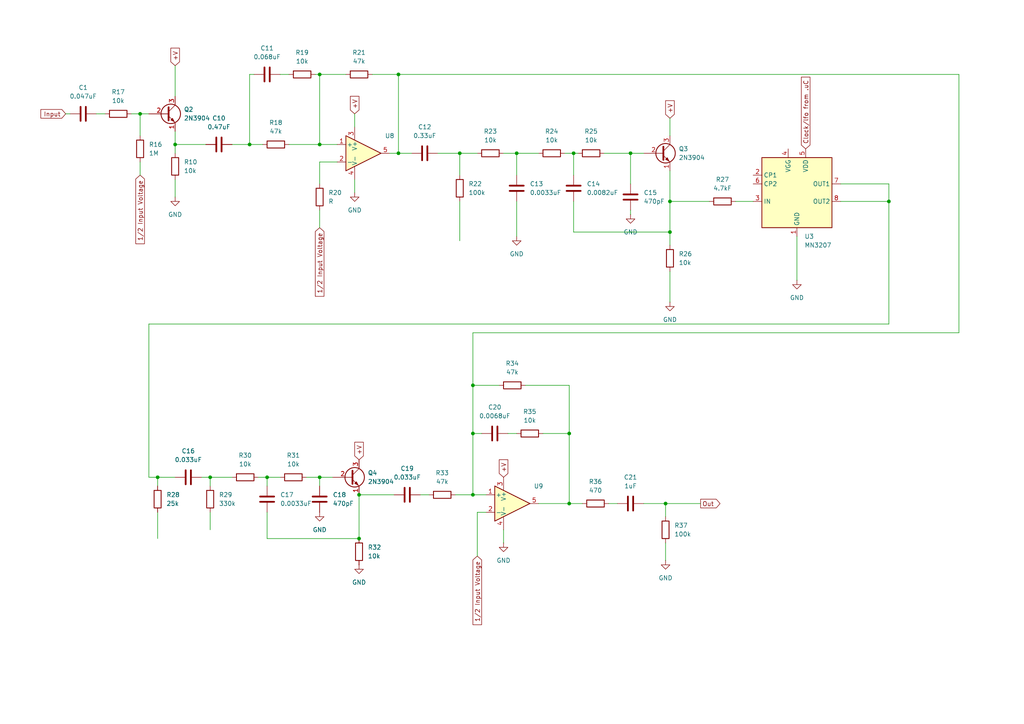
<source format=kicad_sch>
(kicad_sch (version 20231120) (generator "eeschema") (generator_version "8.0")
  (paper "A4")
  (lib_symbols
    (symbol "Audio:MN3207"
      (property "Reference" "U" (at -10.16 12.7 0))
      (property "Value" "MN3207" (at 10.16 -12.7 0))
      (symbol "MN3207_0_1"
        (rectangle (start -10.16 10.16) (end 10.16 -10.16) (stroke (width 0.254)) (fill (type background)))
      )
      (symbol "MN3207_1_1"
        (pin power_in line (at 0 -12.7 90) (length 2.54) (name "GND") (number "1"))
        (pin input line (at -12.7 5.08 0) (length 2.54) (name "CP1") (number "2"))
        (pin input line (at -12.7 -2.54 0) (length 2.54) (name "IN") (number "3"))
        (pin power_in line (at -2.54 12.7 270) (length 2.54) (name "VGG") (number "4"))
        (pin power_in line (at 2.54 12.7 270) (length 2.54) (name "VDD") (number "5"))
        (pin input line (at -12.7 2.54 0) (length 2.54) (name "CP2") (number "6"))
        (pin output line (at 12.7 2.54 180) (length 2.54) (name "OUT1") (number "7"))
        (pin output line (at 12.7 -2.54 180) (length 2.54) (name "OUT2") (number "8"))
      )
    )
    (symbol "Device:C" (pin_numbers hide) (pin_names (offset 0.254))
      (property "Reference" "C" (at 0.635 2.54 0))
      (property "Value" "C" (at 0.635 -2.54 0))
      (symbol "C_0_1"
        (polyline (pts (xy -2.032 -0.762) (xy 2.032 -0.762)) (stroke (width 0.508)))
        (polyline (pts (xy -2.032 0.762) (xy 2.032 0.762)) (stroke (width 0.508)))
      )
      (symbol "C_1_1"
        (pin passive line (at 0 3.81 270) (length 2.794) (name "~") (number "1"))
        (pin passive line (at 0 -3.81 90) (length 2.794) (name "~") (number "2"))
      )
    )
    (symbol "Device:R" (pin_numbers hide) (pin_names (offset 0))
      (property "Reference" "R" (at 2.032 0 90))
      (property "Value" "R" (at 0 0 90))
      (symbol "R_0_1"
        (rectangle (start -1.016 -2.54) (end 1.016 2.54) (stroke (width 0.254)))
      )
      (symbol "R_1_1"
        (pin passive line (at 0 3.81 270) (length 1.27) (name "~") (number "1"))
        (pin passive line (at 0 -3.81 90) (length 1.27) (name "~") (number "2"))
      )
    )
    (symbol "Simulation_SPICE:OPAMP" (pin_names (offset 0.254))
      (property "Reference" "U" (at 3.81 3.175 0))
      (property "Value" "${SIM.PARAMS}" (at 3.81 -3.175 0))
      (symbol "OPAMP_0_1"
        (polyline (pts (xy 5.08 0) (xy -5.08 5.08) (xy -5.08 -5.08) (xy 5.08 0)) (stroke (width 0.254)) (fill (type background)))
      )
      (symbol "OPAMP_1_1"
        (pin input line (at -7.62 2.54 0) (length 2.54) (name "+") (number "1"))
        (pin input line (at -7.62 -2.54 0) (length 2.54) (name "-") (number "2"))
        (pin power_in line (at -2.54 7.62 270) (length 3.81) (name "V+") (number "3"))
        (pin power_in line (at -2.54 -7.62 90) (length 3.81) (name "V-") (number "4"))
        (pin output line (at 7.62 0 180) (length 2.54) (name "~") (number "5"))
      )
    )
    (symbol "Transistor_BJT:2N3904" (pin_names (offset 0) hide)
      (property "Reference" "Q" (at 5.08 1.905 0))
      (property "Value" "2N3904" (at 5.08 0 0))
      (symbol "2N3904_0_1"
        (polyline (pts (xy 0.635 0.635) (xy 2.54 2.54)))
        (polyline (pts (xy 0.635 -0.635) (xy 2.54 -2.54) (xy 2.54 -2.54)))
        (polyline (pts (xy 0.635 1.905) (xy 0.635 -1.905) (xy 0.635 -1.905)) (stroke (width 0.508)))
        (polyline (pts (xy 1.27 -1.778) (xy 1.778 -1.27) (xy 2.286 -2.286) (xy 1.27 -1.778) (xy 1.27 -1.778)) (fill (type outline)))
        (circle (center 1.27 0) (radius 2.8194) (stroke (width 0.254)))
      )
      (symbol "2N3904_1_1"
        (pin passive line (at 2.54 -5.08 90) (length 2.54) (name "E") (number "1"))
        (pin passive line (at -5.08 0 0) (length 5.715) (name "B") (number "2"))
        (pin passive line (at 2.54 5.08 270) (length 2.54) (name "C") (number "3"))
      )
    )
    (symbol "power:GND" (power) (pin_numbers hide) (pin_names (offset 0) hide)
      (property "Value" "GND" (at 0 -3.81 0))
      (symbol "GND_0_1"
        (polyline (pts (xy 0 0) (xy 0 -1.27) (xy 1.27 -1.27) (xy 0 -2.54) (xy -1.27 -1.27) (xy 0 -1.27)))
      )
      (symbol "GND_1_1"
        (pin power_in line (at 0 0 270) (length 0) (name "~") (number "1"))
      )
    )
  )
  (junction (at 92.71 41.91))
  (junction (at 182.88 44.45))
  (junction (at 40.64 33.02))
  (junction (at 104.14 143.51))
  (junction (at 165.1 146.05))
  (junction (at 137.16 111.76))
  (junction (at 165.1 125.73))
  (junction (at 92.71 21.59))
  (junction (at 193.04 146.05))
  (junction (at 257.81 58.42))
  (junction (at 45.72 138.43))
  (junction (at 149.86 44.45))
  (junction (at 50.8 41.91))
  (junction (at 77.47 138.43))
  (junction (at 72.39 41.91))
  (junction (at 194.31 58.42))
  (junction (at 115.57 44.45))
  (junction (at 137.16 143.51))
  (junction (at 92.71 138.43))
  (junction (at 194.31 67.31))
  (junction (at 166.37 44.45))
  (junction (at 137.16 125.73))
  (junction (at 115.57 21.59))
  (junction (at 133.35 44.45))
  (junction (at 60.96 138.43))
  (junction (at 104.14 156.21))
  (wire (pts (xy 156.21 146.05) (xy 165.1 146.05)))
  (wire (pts (xy 102.87 33.02) (xy 102.87 36.83)))
  (wire (pts (xy 92.71 21.59) (xy 92.71 41.91)))
  (wire (pts (xy 60.96 138.43) (xy 67.31 138.43)))
  (wire (pts (xy 137.16 143.51) (xy 140.97 143.51)))
  (wire (pts (xy 72.39 41.91) (xy 72.39 21.59)))
  (wire (pts (xy 257.81 53.34) (xy 257.81 58.42)))
  (wire (pts (xy 83.82 41.91) (xy 92.71 41.91)))
  (wire (pts (xy 72.39 41.91) (xy 76.2 41.91)))
  (wire (pts (xy 77.47 138.43) (xy 81.28 138.43)))
  (wire (pts (xy 50.8 38.1) (xy 50.8 41.91)))
  (wire (pts (xy 278.13 96.52) (xy 137.16 96.52)))
  (wire (pts (xy 186.69 146.05) (xy 193.04 146.05)))
  (wire (pts (xy 27.94 33.02) (xy 30.48 33.02)))
  (wire (pts (xy 50.8 41.91) (xy 50.8 44.45)))
  (wire (pts (xy 81.28 21.59) (xy 83.82 21.59)))
  (wire (pts (xy 43.18 93.98) (xy 43.18 138.43)))
  (wire (pts (xy 132.08 143.51) (xy 137.16 143.51)))
  (wire (pts (xy 113.03 44.45) (xy 115.57 44.45)))
  (wire (pts (xy 146.05 44.45) (xy 149.86 44.45)))
  (wire (pts (xy 166.37 67.31) (xy 194.31 67.31)))
  (wire (pts (xy 60.96 138.43) (xy 60.96 140.97)))
  (wire (pts (xy 133.35 58.42) (xy 133.35 69.85)))
  (wire (pts (xy 115.57 44.45) (xy 119.38 44.45)))
  (wire (pts (xy 121.92 143.51) (xy 124.46 143.51)))
  (wire (pts (xy 193.04 146.05) (xy 203.2 146.05)))
  (wire (pts (xy 137.16 125.73) (xy 139.7 125.73)))
  (wire (pts (xy 133.35 44.45) (xy 138.43 44.45)))
  (wire (pts (xy 182.88 62.23) (xy 182.88 60.96)))
  (wire (pts (xy 104.14 143.51) (xy 114.3 143.51)))
  (wire (pts (xy 194.31 58.42) (xy 205.74 58.42)))
  (wire (pts (xy 74.93 138.43) (xy 77.47 138.43)))
  (wire (pts (xy 88.9 138.43) (xy 92.71 138.43)))
  (wire (pts (xy 149.86 58.42) (xy 149.86 68.58)))
  (wire (pts (xy 38.1 33.02) (xy 40.64 33.02)))
  (wire (pts (xy 60.96 148.59) (xy 60.96 153.67)))
  (wire (pts (xy 77.47 138.43) (xy 77.47 140.97)))
  (wire (pts (xy 243.84 58.42) (xy 257.81 58.42)))
  (wire (pts (xy 165.1 146.05) (xy 168.91 146.05)))
  (wire (pts (xy 149.86 44.45) (xy 156.21 44.45)))
  (wire (pts (xy 146.05 153.67) (xy 146.05 157.48)))
  (wire (pts (xy 45.72 140.97) (xy 45.72 138.43)))
  (wire (pts (xy 92.71 21.59) (xy 100.33 21.59)))
  (wire (pts (xy 102.87 52.07) (xy 102.87 55.88)))
  (wire (pts (xy 92.71 138.43) (xy 96.52 138.43)))
  (wire (pts (xy 194.31 34.29) (xy 194.31 39.37)))
  (wire (pts (xy 231.14 68.58) (xy 231.14 81.28)))
  (wire (pts (xy 40.64 33.02) (xy 43.18 33.02)))
  (wire (pts (xy 115.57 21.59) (xy 115.57 44.45)))
  (wire (pts (xy 133.35 44.45) (xy 133.35 50.8)))
  (wire (pts (xy 149.86 44.45) (xy 149.86 50.8)))
  (wire (pts (xy 213.36 58.42) (xy 218.44 58.42)))
  (wire (pts (xy 140.97 148.59) (xy 138.43 148.59)))
  (wire (pts (xy 137.16 143.51) (xy 137.16 125.73)))
  (wire (pts (xy 40.64 33.02) (xy 40.64 39.37)))
  (wire (pts (xy 137.16 96.52) (xy 137.16 111.76)))
  (wire (pts (xy 257.81 58.42) (xy 257.81 93.98)))
  (wire (pts (xy 166.37 44.45) (xy 166.37 50.8)))
  (wire (pts (xy 193.04 146.05) (xy 193.04 149.86)))
  (wire (pts (xy 92.71 60.96) (xy 92.71 66.04)))
  (wire (pts (xy 43.18 138.43) (xy 45.72 138.43)))
  (wire (pts (xy 72.39 21.59) (xy 73.66 21.59)))
  (wire (pts (xy 257.81 93.98) (xy 43.18 93.98)))
  (wire (pts (xy 45.72 148.59) (xy 45.72 156.21)))
  (wire (pts (xy 107.95 21.59) (xy 115.57 21.59)))
  (wire (pts (xy 138.43 148.59) (xy 138.43 161.29)))
  (wire (pts (xy 50.8 41.91) (xy 59.69 41.91)))
  (wire (pts (xy 58.42 138.43) (xy 60.96 138.43)))
  (wire (pts (xy 92.71 138.43) (xy 92.71 140.97)))
  (wire (pts (xy 152.4 111.76) (xy 165.1 111.76)))
  (wire (pts (xy 166.37 44.45) (xy 167.64 44.45)))
  (wire (pts (xy 97.79 46.99) (xy 92.71 46.99)))
  (wire (pts (xy 175.26 44.45) (xy 182.88 44.45)))
  (wire (pts (xy 50.8 52.07) (xy 50.8 57.15)))
  (wire (pts (xy 194.31 49.53) (xy 194.31 58.42)))
  (wire (pts (xy 127 44.45) (xy 133.35 44.45)))
  (wire (pts (xy 194.31 78.74) (xy 194.31 87.63)))
  (wire (pts (xy 45.72 138.43) (xy 50.8 138.43)))
  (wire (pts (xy 194.31 67.31) (xy 194.31 71.12)))
  (wire (pts (xy 182.88 53.34) (xy 182.88 44.45)))
  (wire (pts (xy 163.83 44.45) (xy 166.37 44.45)))
  (wire (pts (xy 243.84 53.34) (xy 257.81 53.34)))
  (wire (pts (xy 144.78 111.76) (xy 137.16 111.76)))
  (wire (pts (xy 115.57 21.59) (xy 278.13 21.59)))
  (wire (pts (xy 193.04 157.48) (xy 193.04 162.56)))
  (wire (pts (xy 182.88 44.45) (xy 186.69 44.45)))
  (wire (pts (xy 194.31 58.42) (xy 194.31 67.31)))
  (wire (pts (xy 50.8 19.05) (xy 50.8 27.94)))
  (wire (pts (xy 92.71 41.91) (xy 97.79 41.91)))
  (wire (pts (xy 166.37 58.42) (xy 166.37 67.31)))
  (wire (pts (xy 137.16 111.76) (xy 137.16 125.73)))
  (wire (pts (xy 147.32 125.73) (xy 149.86 125.73)))
  (wire (pts (xy 104.14 156.21) (xy 77.47 156.21)))
  (wire (pts (xy 67.31 41.91) (xy 72.39 41.91)))
  (wire (pts (xy 165.1 111.76) (xy 165.1 125.73)))
  (wire (pts (xy 176.53 146.05) (xy 179.07 146.05)))
  (wire (pts (xy 157.48 125.73) (xy 165.1 125.73)))
  (wire (pts (xy 278.13 21.59) (xy 278.13 96.52)))
  (wire (pts (xy 104.14 143.51) (xy 104.14 156.21)))
  (wire (pts (xy 91.44 21.59) (xy 92.71 21.59)))
  (wire (pts (xy 165.1 146.05) (xy 165.1 125.73)))
  (wire (pts (xy 92.71 46.99) (xy 92.71 53.34)))
  (wire (pts (xy 40.64 46.99) (xy 40.64 50.8)))
  (wire (pts (xy 77.47 148.59) (xy 77.47 156.21)))
  (wire (pts (xy 20.32 33.02) (xy 19.05 33.02)))
  (global_label "Out" (shape output) (at 203.2 146.05 0) (property "Intersheetrefs" "${INTERSHEET_REFS}" (effects (hide yes))))
  (global_label "+V" (shape input) (at 50.8 19.05 90) (property "Intersheetrefs" "${INTERSHEET_REFS}" (effects (hide yes))))
  (global_label "Clock{slash}lfo from .uC" (shape input) (at 233.68 43.18 90) (property "Intersheetrefs" "${INTERSHEET_REFS}" (effects (hide yes))))
  (global_label "1{slash}2 Input Voltage" (shape input) (at 138.43 161.29 270) (property "Intersheetrefs" "${INTERSHEET_REFS}" (effects (hide yes))))
  (global_label "1{slash}2 Input Voltage" (shape input) (at 40.64 50.8 270) (property "Intersheetrefs" "${INTERSHEET_REFS}" (effects (hide yes))))
  (global_label "+V" (shape input) (at 194.31 34.29 90) (property "Intersheetrefs" "${INTERSHEET_REFS}" (effects (hide yes))))
  (global_label "+V" (shape input) (at 146.05 138.43 90) (property "Intersheetrefs" "${INTERSHEET_REFS}" (effects (hide yes))))
  (global_label "1{slash}2 Input Voltage" (shape input) (at 92.71 66.04 270) (property "Intersheetrefs" "${INTERSHEET_REFS}" (effects (hide yes))))
  (global_label "+V" (shape input) (at 102.87 33.02 90) (property "Intersheetrefs" "${INTERSHEET_REFS}" (effects (hide yes))))
  (global_label "Input" (shape input) (at 19.05 33.02 180) (property "Intersheetrefs" "${INTERSHEET_REFS}" (effects (hide yes))))
  (global_label "+V" (shape input) (at 104.14 133.35 90) (property "Intersheetrefs" "${INTERSHEET_REFS}" (effects (hide yes))))
  (symbol (lib_id "Device:R") (at 50.8 48.26 0) (unit 1)
    (property "Reference" "R10" (at 53.34 46.9899 0) (effects (justify left)))
    (property "Value" "10k" (at 53.34 49.5299 0) (effects (justify left)))
    (property "Description" "Resistor" (effects (hide yes)))
  )
  (symbol (lib_id "Device:R") (at 148.59 111.76 90) (unit 1)
    (property "Reference" "R34" (at 148.59 105.41 90))
    (property "Value" "47k" (at 148.59 107.95 90))
    (property "Description" "Resistor" (effects (hide yes)))
  )
  (symbol (lib_id "Device:R") (at 193.04 153.67 180) (unit 1)
    (property "Reference" "R37" (at 195.58 152.3999 0) (effects (justify right)))
    (property "Value" "100k" (at 195.58 154.9399 0) (effects (justify right)))
    (property "Description" "Resistor" (effects (hide yes)))
  )
  (symbol (lib_id "power:GND") (at 194.31 87.63 0) (unit 1)
    (property "Reference" "#PWR017" (effects (hide yes)))
    (property "Value" "GND" (at 194.31 92.71 0))
    (property "Description" "Power symbol creates a global label with name \"GND\" , ground" (effects (hide yes)))
  )
  (symbol (lib_id "Device:R") (at 60.96 144.78 0) (unit 1)
    (property "Reference" "R29" (at 63.5 143.5099 0) (effects (justify left)))
    (property "Value" "330k" (at 63.5 146.0499 0) (effects (justify left)))
    (property "Description" "Resistor" (effects (hide yes)))
  )
  (symbol (lib_id "Device:C") (at 77.47 144.78 180) (unit 1)
    (property "Reference" "C17" (at 81.28 143.5099 0) (effects (justify right)))
    (property "Value" "0.0033uF" (at 81.28 146.0499 0) (effects (justify right)))
    (property "Description" "Unpolarized capacitor" (effects (hide yes)))
  )
  (symbol (lib_id "Device:C") (at 118.11 143.51 90) (unit 1)
    (property "Reference" "C19" (at 118.11 135.89 90))
    (property "Value" "0.033uF" (at 118.11 138.43 90))
    (property "Description" "Unpolarized capacitor" (effects (hide yes)))
  )
  (symbol (lib_id "Device:R") (at 128.2636 143.5224 90) (unit 1)
    (property "Reference" "R33" (at 128.2636 137.1724 90))
    (property "Value" "47k" (at 128.2636 139.7124 90))
    (property "Description" "Resistor" (effects (hide yes)))
  )
  (symbol (lib_id "Device:R") (at 85.09 138.43 90) (unit 1)
    (property "Reference" "R31" (at 85.09 132.08 90))
    (property "Value" "10k" (at 85.09 134.62 90))
    (property "Description" "Resistor" (effects (hide yes)))
  )
  (symbol (lib_id "Device:R") (at 104.14 160.02 0) (unit 1)
    (property "Reference" "R32" (at 106.68 158.7499 0) (effects (justify left)))
    (property "Value" "10k" (at 106.68 161.2899 0) (effects (justify left)))
    (property "Description" "Resistor" (effects (hide yes)))
  )
  (symbol (lib_id "Device:C") (at 77.47 21.59 90) (unit 1)
    (property "Reference" "C11" (at 77.47 13.97 90))
    (property "Value" "0.068uF" (at 77.47 16.51 90))
    (property "Description" "Unpolarized capacitor" (effects (hide yes)))
  )
  (symbol (lib_id "power:GND") (at 231.14 81.28 0) (unit 1)
    (property "Reference" "#PWR018" (effects (hide yes)))
    (property "Value" "GND" (at 231.14 86.36 0))
    (property "Description" "Power symbol creates a global label with name \"GND\" , ground" (effects (hide yes)))
  )
  (symbol (lib_id "Simulation_SPICE:OPAMP") (at 148.59 146.05 0) (unit 1)
    (property "Reference" "U9" (at 156.21 141.0014 0))
    (property "Value" "${SIM.PARAMS}" (at 156.21 142.9065 0))
    (property "Datasheet" "https://ngspice.sourceforge.io/docs/ngspice-html-manual/manual.xhtml#sec__SUBCKT_Subcircuits" (effects (hide yes)))
    (property "Description" "Operational amplifier, single, node sequence=1:+ 2:- 3:OUT 4:V+ 5:V-" (effects (hide yes)))
    (property "Sim.Pins" "1=in+ 2=in- 3=vcc 4=vee 5=out" (effects (hide yes)))
    (property "Sim.Device" "SUBCKT" (effects (hide yes)))
    (property "Sim.Library" "${KICAD8_SYMBOL_DIR}/Simulation_SPICE.sp" (effects (hide yes)))
    (property "Sim.Name" "kicad_builtin_opamp" (effects (hide yes)))
  )
  (symbol (lib_id "Device:R") (at 160.02 44.45 90) (unit 1)
    (property "Reference" "R24" (at 160.02 38.1 90))
    (property "Value" "10k" (at 160.02 40.64 90))
    (property "Description" "Resistor" (effects (hide yes)))
  )
  (symbol (lib_id "Device:R") (at 71.12 138.43 90) (unit 1)
    (property "Reference" "R30" (at 71.12 132.08 90))
    (property "Value" "10k" (at 71.12 134.62 90))
    (property "Description" "Resistor" (effects (hide yes)))
  )
  (symbol (lib_id "power:GND") (at 146.05 157.48 0) (unit 1)
    (property "Reference" "#PWR022" (effects (hide yes)))
    (property "Value" "GND" (at 146.05 162.56 0))
    (property "Description" "Power symbol creates a global label with name \"GND\" , ground" (effects (hide yes)))
  )
  (symbol (lib_id "Device:C") (at 143.51 125.73 90) (unit 1)
    (property "Reference" "C20" (at 143.51 118.11 90))
    (property "Value" "0.0068uF" (at 143.51 120.65 90))
    (property "Description" "Unpolarized capacitor" (effects (hide yes)))
  )
  (symbol (lib_id "Device:R") (at 209.55 58.42 270) (unit 1)
    (property "Reference" "R27" (at 209.55 52.07 90))
    (property "Value" "4.7kF" (at 209.55 54.61 90))
    (property "Description" "Resistor" (effects (hide yes)))
  )
  (symbol (lib_id "Device:R") (at 142.24 44.45 90) (unit 1)
    (property "Reference" "R23" (at 142.24 38.1 90))
    (property "Value" "10k" (at 142.24 40.64 90))
    (property "Description" "Resistor" (effects (hide yes)))
  )
  (symbol (lib_id "power:GND") (at 149.86 68.58 0) (unit 1)
    (property "Reference" "#PWR015" (effects (hide yes)))
    (property "Value" "GND" (at 149.86 73.66 0))
    (property "Description" "Power symbol creates a global label with name \"GND\" , ground" (effects (hide yes)))
  )
  (symbol (lib_id "Audio:MN3207") (at 231.14 55.88 0) (unit 1)
    (property "Reference" "U3" (at 233.3341 68.58 0) (effects (justify left)))
    (property "Value" "MN3207" (at 233.3341 71.12 0) (effects (justify left)))
    (property "Datasheet" "http://www.experimentalistsanonymous.com/diy/Datasheets/MN3207.pdf" (effects (hide yes)))
    (property "Description" "1024-STAGE LOW VOLTAGE OPERATION LOW NOISE BBD (bucket brigade device), delay time 2.56ms to 51.2ms, S/N 73dB, clock frequency range 10KHz to 200KHz" (effects (hide yes)))
  )
  (symbol (lib_id "Device:C") (at 149.86 54.61 180) (unit 1)
    (property "Reference" "C13" (at 153.67 53.3399 0) (effects (justify right)))
    (property "Value" "0.0033uF" (at 153.67 55.8799 0) (effects (justify right)))
    (property "Description" "Unpolarized capacitor" (effects (hide yes)))
  )
  (symbol (lib_id "Device:R") (at 92.71 57.15 180) (unit 1)
    (property "Reference" "R20" (at 95.25 55.8799 0) (effects (justify right)))
    (property "Value" "R" (at 95.25 58.4199 0) (effects (justify right)))
    (property "Description" "Resistor" (effects (hide yes)))
  )
  (symbol (lib_id "Device:R") (at 153.6636 125.7424 90) (unit 1)
    (property "Reference" "R35" (at 153.6636 119.3924 90))
    (property "Value" "10k" (at 153.6636 121.9324 90))
    (property "Description" "Resistor" (effects (hide yes)))
  )
  (symbol (lib_id "Device:R") (at 45.72 144.78 0) (unit 1)
    (property "Reference" "R28" (at 48.26 143.5099 0) (effects (justify left)))
    (property "Value" "25k" (at 48.26 146.0499 0) (effects (justify left)))
    (property "Description" "Resistor" (effects (hide yes)))
  )
  (symbol (lib_id "Device:R") (at 40.64 43.18 0) (unit 1)
    (property "Reference" "R16" (at 43.18 41.9099 0) (effects (justify left)))
    (property "Value" "1M" (at 43.18 44.4499 0) (effects (justify left)))
    (property "Description" "Resistor" (effects (hide yes)))
  )
  (symbol (lib_id "Device:C") (at 92.71 144.78 180) (unit 1)
    (property "Reference" "C18" (at 96.52 143.5099 0) (effects (justify right)))
    (property "Value" "470pF" (at 96.52 146.0499 0) (effects (justify right)))
    (property "Description" "Unpolarized capacitor" (effects (hide yes)))
  )
  (symbol (lib_id "power:GND") (at 104.14 163.83 0) (unit 1)
    (property "Reference" "#PWR020" (effects (hide yes)))
    (property "Value" "GND" (at 104.14 168.91 0))
    (property "Description" "Power symbol creates a global label with name \"GND\" , ground" (effects (hide yes)))
  )
  (symbol (lib_id "Device:C") (at 54.61 138.43 90) (unit 1)
    (property "Reference" "C16" (at 54.61 130.81 90))
    (property "Value" "0.033uF" (at 54.61 133.35 90))
    (property "Description" "Unpolarized capacitor" (effects (hide yes)))
  )
  (symbol (lib_id "power:GND") (at 182.88 62.23 0) (unit 1)
    (property "Reference" "#PWR016" (effects (hide yes)))
    (property "Value" "GND" (at 182.88 67.31 0))
    (property "Description" "Power symbol creates a global label with name \"GND\" , ground" (effects (hide yes)))
  )
  (symbol (lib_id "Transistor_BJT:2N3904") (at 101.6 138.43 0) (unit 1)
    (property "Reference" "Q4" (at 106.68 137.1599 0) (effects (justify left)))
    (property "Value" "2N3904" (at 106.68 139.6999 0) (effects (justify left)))
    (property "Footprint" "Package_TO_SOT_THT:TO-92_Inline" (effects (hide yes)))
    (property "Datasheet" "https://www.onsemi.com/pub/Collateral/2N3903-D.PDF" (effects (hide yes)))
    (property "Description" "0.2A Ic, 40V Vce, Small Signal NPN Transistor, TO-92" (effects (hide yes)))
  )
  (symbol (lib_id "Transistor_BJT:2N3904") (at 48.26 33.02 0) (unit 1)
    (property "Reference" "Q2" (at 53.34 31.7499 0) (effects (justify left)))
    (property "Value" "2N3904" (at 53.34 34.2899 0) (effects (justify left)))
    (property "Footprint" "Package_TO_SOT_THT:TO-92_Inline" (effects (hide yes)))
    (property "Datasheet" "https://www.onsemi.com/pub/Collateral/2N3903-D.PDF" (effects (hide yes)))
    (property "Description" "0.2A Ic, 40V Vce, Small Signal NPN Transistor, TO-92" (effects (hide yes)))
  )
  (symbol (lib_id "Simulation_SPICE:OPAMP") (at 105.41 44.45 0) (unit 1)
    (property "Reference" "U8" (at 113.03 39.4014 0))
    (property "Value" "${SIM.PARAMS}" (at 113.03 41.3065 0))
    (property "Datasheet" "https://ngspice.sourceforge.io/docs/ngspice-html-manual/manual.xhtml#sec__SUBCKT_Subcircuits" (effects (hide yes)))
    (property "Description" "Operational amplifier, single, node sequence=1:+ 2:- 3:OUT 4:V+ 5:V-" (effects (hide yes)))
    (property "Sim.Pins" "1=in+ 2=in- 3=vcc 4=vee 5=out" (effects (hide yes)))
    (property "Sim.Device" "SUBCKT" (effects (hide yes)))
    (property "Sim.Library" "${KICAD8_SYMBOL_DIR}/Simulation_SPICE.sp" (effects (hide yes)))
    (property "Sim.Name" "kicad_builtin_opamp" (effects (hide yes)))
  )
  (symbol (lib_id "Device:R") (at 172.72 146.05 90) (unit 1)
    (property "Reference" "R36" (at 172.72 139.7 90))
    (property "Value" "470" (at 172.72 142.24 90))
    (property "Description" "Resistor" (effects (hide yes)))
  )
  (symbol (lib_id "power:GND") (at 50.8 57.15 0) (unit 1)
    (property "Reference" "#PWR013" (effects (hide yes)))
    (property "Value" "GND" (at 50.8 62.23 0))
    (property "Description" "Power symbol creates a global label with name \"GND\" , ground" (effects (hide yes)))
  )
  (symbol (lib_id "Device:C") (at 182.88 146.05 90) (unit 1)
    (property "Reference" "C21" (at 182.88 138.43 90))
    (property "Value" "1uF" (at 182.88 140.97 90))
    (property "Description" "Unpolarized capacitor" (effects (hide yes)))
  )
  (symbol (lib_id "Device:R") (at 194.31 74.93 180) (unit 1)
    (property "Reference" "R26" (at 196.85 73.6599 0) (effects (justify right)))
    (property "Value" "10k" (at 196.85 76.1999 0) (effects (justify right)))
    (property "Description" "Resistor" (effects (hide yes)))
  )
  (symbol (lib_id "Transistor_BJT:2N3904") (at 191.77 44.45 0) (unit 1)
    (property "Reference" "Q3" (at 196.85 43.1799 0) (effects (justify left)))
    (property "Value" "2N3904" (at 196.85 45.7199 0) (effects (justify left)))
    (property "Footprint" "Package_TO_SOT_THT:TO-92_Inline" (effects (hide yes)))
    (property "Datasheet" "https://www.onsemi.com/pub/Collateral/2N3903-D.PDF" (effects (hide yes)))
    (property "Description" "0.2A Ic, 40V Vce, Small Signal NPN Transistor, TO-92" (effects (hide yes)))
  )
  (symbol (lib_id "power:GND") (at 102.87 55.88 0) (unit 1)
    (property "Reference" "#PWR014" (effects (hide yes)))
    (property "Value" "GND" (at 102.87 60.96 0))
    (property "Description" "Power symbol creates a global label with name \"GND\" , ground" (effects (hide yes)))
  )
  (symbol (lib_id "Device:C") (at 123.19 44.45 90) (unit 1)
    (property "Reference" "C12" (at 123.19 36.83 90))
    (property "Value" "0.33uF" (at 123.19 39.37 90))
    (property "Description" "Unpolarized capacitor" (effects (hide yes)))
  )
  (symbol (lib_id "Device:C") (at 63.5 41.91 90) (unit 1)
    (property "Reference" "C10" (at 63.5 34.29 90))
    (property "Value" "0.47uF" (at 63.5 36.83 90))
    (property "Description" "Unpolarized capacitor" (effects (hide yes)))
  )
  (symbol (lib_id "Device:R") (at 80.01 41.91 90) (unit 1)
    (property "Reference" "R18" (at 80.01 35.56 90))
    (property "Value" "47k" (at 80.01 38.1 90))
    (property "Description" "Resistor" (effects (hide yes)))
  )
  (symbol (lib_id "Device:C") (at 166.37 54.61 180) (unit 1)
    (property "Reference" "C14" (at 170.18 53.3399 0) (effects (justify right)))
    (property "Value" "0.0082uF" (at 170.18 55.8799 0) (effects (justify right)))
    (property "Description" "Unpolarized capacitor" (effects (hide yes)))
  )
  (symbol (lib_id "Device:C") (at 182.88 57.15 180) (unit 1)
    (property "Reference" "C15" (at 186.69 55.8799 0) (effects (justify right)))
    (property "Value" "470pF" (at 186.69 58.4199 0) (effects (justify right)))
    (property "Description" "Unpolarized capacitor" (effects (hide yes)))
  )
  (symbol (lib_id "Device:R") (at 104.14 21.59 90) (unit 1)
    (property "Reference" "R21" (at 104.14 15.24 90))
    (property "Value" "47k" (at 104.14 17.78 90))
    (property "Description" "Resistor" (effects (hide yes)))
  )
  (symbol (lib_id "Device:R") (at 87.63 21.59 90) (unit 1)
    (property "Reference" "R19" (at 87.63 15.24 90))
    (property "Value" "10k" (at 87.63 17.78 90))
    (property "Description" "Resistor" (effects (hide yes)))
  )
  (symbol (lib_id "Device:R") (at 133.35 54.61 180) (unit 1)
    (property "Reference" "R22" (at 135.89 53.3399 0) (effects (justify right)))
    (property "Value" "100k" (at 135.89 55.8799 0) (effects (justify right)))
    (property "Description" "Resistor" (effects (hide yes)))
  )
  (symbol (lib_id "power:GND") (at 92.71 148.59 0) (unit 1)
    (property "Reference" "#PWR019" (effects (hide yes)))
    (property "Value" "GND" (at 92.71 153.67 0))
    (property "Description" "Power symbol creates a global label with name \"GND\" , ground" (effects (hide yes)))
  )
  (symbol (lib_id "Device:R") (at 171.45 44.45 90) (unit 1)
    (property "Reference" "R25" (at 171.45 38.1 90))
    (property "Value" "10k" (at 171.45 40.64 90))
    (property "Description" "Resistor" (effects (hide yes)))
  )
  (symbol (lib_id "power:GND") (at 193.04 162.56 0) (unit 1)
    (property "Reference" "#PWR021" (effects (hide yes)))
    (property "Value" "GND" (at 193.04 167.64 0))
    (property "Description" "Power symbol creates a global label with name \"GND\" , ground" (effects (hide yes)))
  )
  (symbol (lib_id "Device:R") (at 34.29 33.02 90) (unit 1)
    (property "Reference" "R17" (at 34.29 26.67 90))
    (property "Value" "10k" (at 34.29 29.21 90))
    (property "Description" "Resistor" (effects (hide yes)))
  )
  (symbol (lib_id "Device:C") (at 24.13 33.02 90) (unit 1)
    (property "Reference" "C1" (at 24.13 25.4 90))
    (property "Value" "0.047uF" (at 24.13 27.94 90))
    (property "Description" "Unpolarized capacitor" (effects (hide yes)))
  )
)
</source>
